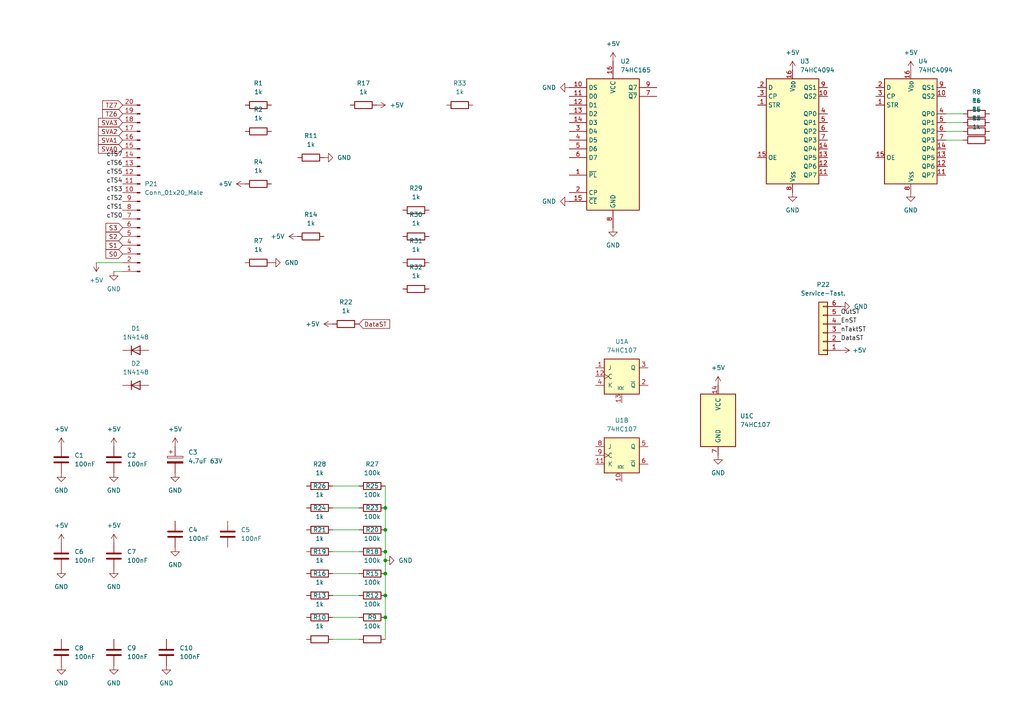
<source format=kicad_sch>
(kicad_sch (version 20250114) (generator "eeschema") (generator_version "9.0")
  (paper "A4")
  (lib_symbols
    (symbol "4xxx:HEF4094B"
      (property "Reference" "U" (at -6.858 17.018 0))
      (property "Value" "HEF4094B" (at 6.858 16.764 0))
      (symbol "HEF4094B_1_0"
        (pin input line (at -10.16 -7.62 0) (length 2.54) (name "OE") (number "15"))
        (pin power_in line (at 0 17.78 270) (length 2.54) (name "V_{DD}") (number "16"))
        (pin power_in line (at 0 -17.78 90) (length 2.54) (name "V_{SS}") (number "8"))
        (pin output line (at 10.16 12.7 180) (length 2.54) (name "QS1") (number "9"))
        (pin output line (at 10.16 10.16 180) (length 2.54) (name "QS2") (number "10"))
        (pin output line (at 10.16 2.54 180) (length 2.54) (name "QP1") (number "5"))
        (pin output line (at 10.16 0 180) (length 2.54) (name "QP2") (number "6"))
        (pin output line (at 10.16 -2.54 180) (length 2.54) (name "QP3") (number "7"))
        (pin output line (at 10.16 -5.08 180) (length 2.54) (name "QP4") (number "14"))
        (pin output line (at 10.16 -7.62 180) (length 2.54) (name "QP5") (number "13"))
        (pin output line (at 10.16 -10.16 180) (length 2.54) (name "QP6") (number "12"))
        (pin output line (at 10.16 -12.7 180) (length 2.54) (name "QP7") (number "11"))
      )
      (symbol "HEF4094B_1_1"
        (rectangle (start -7.62 15.24) (end 7.62 -15.24) (stroke (width 0.254)) (fill (type background)))
        (pin input line (at -10.16 12.7 0) (length 2.54) (name "D") (number "2"))
        (pin input line (at -10.16 10.16 0) (length 2.54) (name "CP") (number "3"))
        (pin input line (at -10.16 7.62 0) (length 2.54) (name "STR") (number "1"))
        (pin output line (at 10.16 5.08 180) (length 2.54) (name "QP0") (number "4"))
      )
    )
    (symbol "74xx:74HC165"
      (property "Reference" "U" (at -7.62 19.05 0))
      (property "Value" "74HC165" (at -7.62 -21.59 0))
      (symbol "74HC165_1_0"
        (pin input line (at -12.7 15.24 0) (length 5.08) (name "DS") (number "10"))
        (pin input line (at -12.7 12.7 0) (length 5.08) (name "D0") (number "11"))
        (pin input line (at -12.7 10.16 0) (length 5.08) (name "D1") (number "12"))
        (pin input line (at -12.7 7.62 0) (length 5.08) (name "D2") (number "13"))
        (pin input line (at -12.7 5.08 0) (length 5.08) (name "D3") (number "14"))
        (pin input line (at -12.7 2.54 0) (length 5.08) (name "D4") (number "3"))
        (pin input line (at -12.7 0 0) (length 5.08) (name "D5") (number "4"))
        (pin input line (at -12.7 -2.54 0) (length 5.08) (name "D6") (number "5"))
        (pin input line (at -12.7 -5.08 0) (length 5.08) (name "D7") (number "6"))
        (pin input line (at -12.7 -10.16 0) (length 5.08) (name "~{PL}") (number "1"))
        (pin input line (at -12.7 -15.24 0) (length 5.08) (name "CP") (number "2"))
        (pin input line (at -12.7 -17.78 0) (length 5.08) (name "~{CE}") (number "15"))
        (pin power_in line (at 0 22.86 270) (length 5.08) (name "VCC") (number "16"))
        (pin power_in line (at 0 -25.4 90) (length 5.08) (name "GND") (number "8"))
        (pin output line (at 12.7 15.24 180) (length 5.08) (name "Q7") (number "9"))
        (pin output line (at 12.7 12.7 180) (length 5.08) (name "~{Q7}") (number "7"))
      )
      (symbol "74HC165_1_1"
        (rectangle (start -7.62 17.78) (end 7.62 -20.32) (stroke (width 0.254)) (fill (type background)))
      )
    )
    (symbol "74xx:74LS107" (pin_names (offset 1.016))
      (property "Reference" "U" (at -7.62 8.89 0))
      (property "Value" "74LS107" (at -7.62 -8.89 0))
      (symbol "74LS107_1_0"
        (pin input line (at -7.62 2.54 0) (length 2.54) (name "J") (number "1"))
        (pin input clock (at -7.62 0 0) (length 2.54) (name "C") (number "12"))
        (pin input line (at -7.62 -2.54 0) (length 2.54) (name "K") (number "4"))
        (pin input line (at 0 -7.62 90) (length 2.54) (name "~{R}") (number "13"))
        (pin output line (at 7.62 2.54 180) (length 2.54) (name "Q") (number "3"))
        (pin output line (at 7.62 -2.54 180) (length 2.54) (name "~{Q}") (number "2"))
      )
      (symbol "74LS107_1_1"
        (rectangle (start -5.08 5.08) (end 5.08 -5.08) (stroke (width 0.254)) (fill (type background)))
      )
      (symbol "74LS107_2_0"
        (pin input line (at -7.62 2.54 0) (length 2.54) (name "J") (number "8"))
        (pin input clock (at -7.62 0 0) (length 2.54) (name "C") (number "9"))
        (pin input line (at -7.62 -2.54 0) (length 2.54) (name "K") (number "11"))
        (pin input line (at 0 -7.62 90) (length 2.54) (name "~{R}") (number "10"))
        (pin output line (at 7.62 2.54 180) (length 2.54) (name "Q") (number "5"))
        (pin output line (at 7.62 -2.54 180) (length 2.54) (name "~{Q}") (number "6"))
      )
      (symbol "74LS107_2_1"
        (rectangle (start -5.08 5.08) (end 5.08 -5.08) (stroke (width 0.254)) (fill (type background)))
      )
      (symbol "74LS107_3_0"
        (pin power_in line (at 0 10.16 270) (length 2.54) (name "VCC") (number "14"))
        (pin power_in line (at 0 -10.16 90) (length 2.54) (name "GND") (number "7"))
      )
      (symbol "74LS107_3_1"
        (rectangle (start -5.08 7.62) (end 5.08 -7.62) (stroke (width 0.254)) (fill (type background)))
      )
    )
    (symbol "Connector:Conn_01x20_Pin" (pin_names (offset 1.016) (hide yes))
      (property "Reference" "J" (at 0 25.4 0))
      (property "Value" "Conn_01x20_Pin" (at 0 -27.94 0))
      (symbol "Conn_01x20_Pin_1_1"
        (rectangle (start 0.8636 22.987) (end 0 22.733) (stroke (width 0.1524)) (fill (type outline)))
        (rectangle (start 0.8636 20.447) (end 0 20.193) (stroke (width 0.1524)) (fill (type outline)))
        (rectangle (start 0.8636 17.907) (end 0 17.653) (stroke (width 0.1524)) (fill (type outline)))
        (rectangle (start 0.8636 15.367) (end 0 15.113) (stroke (width 0.1524)) (fill (type outline)))
        (rectangle (start 0.8636 12.827) (end 0 12.573) (stroke (width 0.1524)) (fill (type outline)))
        (rectangle (start 0.8636 10.287) (end 0 10.033) (stroke (width 0.1524)) (fill (type outline)))
        (rectangle (start 0.8636 7.747) (end 0 7.493) (stroke (width 0.1524)) (fill (type outline)))
        (rectangle (start 0.8636 5.207) (end 0 4.953) (stroke (width 0.1524)) (fill (type outline)))
        (rectangle (start 0.8636 2.667) (end 0 2.413) (stroke (width 0.1524)) (fill (type outline)))
        (rectangle (start 0.8636 0.127) (end 0 -0.127) (stroke (width 0.1524)) (fill (type outline)))
        (rectangle (start 0.8636 -2.413) (end 0 -2.667) (stroke (width 0.1524)) (fill (type outline)))
        (rectangle (start 0.8636 -4.953) (end 0 -5.207) (stroke (width 0.1524)) (fill (type outline)))
        (rectangle (start 0.8636 -7.493) (end 0 -7.747) (stroke (width 0.1524)) (fill (type outline)))
        (rectangle (start 0.8636 -10.033) (end 0 -10.287) (stroke (width 0.1524)) (fill (type outline)))
        (rectangle (start 0.8636 -12.573) (end 0 -12.827) (stroke (width 0.1524)) (fill (type outline)))
        (rectangle (start 0.8636 -15.113) (end 0 -15.367) (stroke (width 0.1524)) (fill (type outline)))
        (rectangle (start 0.8636 -17.653) (end 0 -17.907) (stroke (width 0.1524)) (fill (type outline)))
        (rectangle (start 0.8636 -20.193) (end 0 -20.447) (stroke (width 0.1524)) (fill (type outline)))
        (rectangle (start 0.8636 -22.733) (end 0 -22.987) (stroke (width 0.1524)) (fill (type outline)))
        (rectangle (start 0.8636 -25.273) (end 0 -25.527) (stroke (width 0.1524)) (fill (type outline)))
        (polyline (pts (xy 1.27 22.86) (xy 0.8636 22.86)) (stroke (width 0.1524)))
        (polyline (pts (xy 1.27 20.32) (xy 0.8636 20.32)) (stroke (width 0.1524)))
        (polyline (pts (xy 1.27 17.78) (xy 0.8636 17.78)) (stroke (width 0.1524)))
        (polyline (pts (xy 1.27 15.24) (xy 0.8636 15.24)) (stroke (width 0.1524)))
        (polyline (pts (xy 1.27 12.7) (xy 0.8636 12.7)) (stroke (width 0.1524)))
        (polyline (pts (xy 1.27 10.16) (xy 0.8636 10.16)) (stroke (width 0.1524)))
        (polyline (pts (xy 1.27 7.62) (xy 0.8636 7.62)) (stroke (width 0.1524)))
        (polyline (pts (xy 1.27 5.08) (xy 0.8636 5.08)) (stroke (width 0.1524)))
        (polyline (pts (xy 1.27 2.54) (xy 0.8636 2.54)) (stroke (width 0.1524)))
        (polyline (pts (xy 1.27 0) (xy 0.8636 0)) (stroke (width 0.1524)))
        (polyline (pts (xy 1.27 -2.54) (xy 0.8636 -2.54)) (stroke (width 0.1524)))
        (polyline (pts (xy 1.27 -5.08) (xy 0.8636 -5.08)) (stroke (width 0.1524)))
        (polyline (pts (xy 1.27 -7.62) (xy 0.8636 -7.62)) (stroke (width 0.1524)))
        (polyline (pts (xy 1.27 -10.16) (xy 0.8636 -10.16)) (stroke (width 0.1524)))
        (polyline (pts (xy 1.27 -12.7) (xy 0.8636 -12.7)) (stroke (width 0.1524)))
        (polyline (pts (xy 1.27 -15.24) (xy 0.8636 -15.24)) (stroke (width 0.1524)))
        (polyline (pts (xy 1.27 -17.78) (xy 0.8636 -17.78)) (stroke (width 0.1524)))
        (polyline (pts (xy 1.27 -20.32) (xy 0.8636 -20.32)) (stroke (width 0.1524)))
        (polyline (pts (xy 1.27 -22.86) (xy 0.8636 -22.86)) (stroke (width 0.1524)))
        (polyline (pts (xy 1.27 -25.4) (xy 0.8636 -25.4)) (stroke (width 0.1524)))
        (pin passive line (at 5.08 22.86 180) (length 3.81) (name "Pin_1") (number "1"))
        (pin passive line (at 5.08 20.32 180) (length 3.81) (name "Pin_2") (number "2"))
        (pin passive line (at 5.08 17.78 180) (length 3.81) (name "Pin_3") (number "3"))
        (pin passive line (at 5.08 15.24 180) (length 3.81) (name "Pin_4") (number "4"))
        (pin passive line (at 5.08 12.7 180) (length 3.81) (name "Pin_5") (number "5"))
        (pin passive line (at 5.08 10.16 180) (length 3.81) (name "Pin_6") (number "6"))
        (pin passive line (at 5.08 7.62 180) (length 3.81) (name "Pin_7") (number "7"))
        (pin passive line (at 5.08 5.08 180) (length 3.81) (name "Pin_8") (number "8"))
        (pin passive line (at 5.08 2.54 180) (length 3.81) (name "Pin_9") (number "9"))
        (pin passive line (at 5.08 0 180) (length 3.81) (name "Pin_10") (number "10"))
        (pin passive line (at 5.08 -2.54 180) (length 3.81) (name "Pin_11") (number "11"))
        (pin passive line (at 5.08 -5.08 180) (length 3.81) (name "Pin_12") (number "12"))
        (pin passive line (at 5.08 -7.62 180) (length 3.81) (name "Pin_13") (number "13"))
        (pin passive line (at 5.08 -10.16 180) (length 3.81) (name "Pin_14") (number "14"))
        (pin passive line (at 5.08 -12.7 180) (length 3.81) (name "Pin_15") (number "15"))
        (pin passive line (at 5.08 -15.24 180) (length 3.81) (name "Pin_16") (number "16"))
        (pin passive line (at 5.08 -17.78 180) (length 3.81) (name "Pin_17") (number "17"))
        (pin passive line (at 5.08 -20.32 180) (length 3.81) (name "Pin_18") (number "18"))
        (pin passive line (at 5.08 -22.86 180) (length 3.81) (name "Pin_19") (number "19"))
        (pin passive line (at 5.08 -25.4 180) (length 3.81) (name "Pin_20") (number "20"))
      )
    )
    (symbol "Connector_Generic:Conn_01x06" (pin_names (offset 1.016) (hide yes))
      (property "Reference" "J" (at 0 7.62 0))
      (property "Value" "Conn_01x06" (at 0 -10.16 0))
      (symbol "Conn_01x06_1_1"
        (rectangle (start -1.27 6.35) (end 1.27 -8.89) (stroke (width 0.254)) (fill (type background)))
        (rectangle (start -1.27 5.207) (end 0 4.953) (stroke (width 0.1524)))
        (rectangle (start -1.27 2.667) (end 0 2.413) (stroke (width 0.1524)))
        (rectangle (start -1.27 0.127) (end 0 -0.127) (stroke (width 0.1524)))
        (rectangle (start -1.27 -2.413) (end 0 -2.667) (stroke (width 0.1524)))
        (rectangle (start -1.27 -4.953) (end 0 -5.207) (stroke (width 0.1524)))
        (rectangle (start -1.27 -7.493) (end 0 -7.747) (stroke (width 0.1524)))
        (pin passive line (at -5.08 5.08 0) (length 3.81) (name "Pin_1") (number "1"))
        (pin passive line (at -5.08 2.54 0) (length 3.81) (name "Pin_2") (number "2"))
        (pin passive line (at -5.08 0 0) (length 3.81) (name "Pin_3") (number "3"))
        (pin passive line (at -5.08 -2.54 0) (length 3.81) (name "Pin_4") (number "4"))
        (pin passive line (at -5.08 -5.08 0) (length 3.81) (name "Pin_5") (number "5"))
        (pin passive line (at -5.08 -7.62 0) (length 3.81) (name "Pin_6") (number "6"))
      )
    )
    (symbol "Device:C" (pin_numbers (hide yes)) (pin_names (offset 0.254))
      (property "Reference" "C" (at 0.635 2.54 0))
      (property "Value" "C" (at 0.635 -2.54 0))
      (symbol "C_0_1"
        (polyline (pts (xy -2.032 0.762) (xy 2.032 0.762)) (stroke (width 0.508)))
        (polyline (pts (xy -2.032 -0.762) (xy 2.032 -0.762)) (stroke (width 0.508)))
      )
      (symbol "C_1_1"
        (pin passive line (at 0 3.81 270) (length 2.794) (name "~") (number "1"))
        (pin passive line (at 0 -3.81 90) (length 2.794) (name "~") (number "2"))
      )
    )
    (symbol "Device:C_Polarized" (pin_numbers (hide yes)) (pin_names (offset 0.254))
      (property "Reference" "C" (at 0.635 2.54 0))
      (property "Value" "C_Polarized" (at 0.635 -2.54 0))
      (symbol "C_Polarized_0_1"
        (rectangle (start -2.286 0.508) (end 2.286 1.016))
        (polyline (pts (xy -1.778 2.286) (xy -0.762 2.286)))
        (polyline (pts (xy -1.27 2.794) (xy -1.27 1.778)))
        (rectangle (start 2.286 -0.508) (end -2.286 -1.016) (fill (type outline)))
      )
      (symbol "C_Polarized_1_1"
        (pin passive line (at 0 3.81 270) (length 2.794) (name "~") (number "1"))
        (pin passive line (at 0 -3.81 90) (length 2.794) (name "~") (number "2"))
      )
    )
    (symbol "Device:R" (pin_numbers (hide yes)) (pin_names (offset 0))
      (property "Reference" "R" (at 2.032 0 90))
      (property "Value" "R" (at 0 0 90))
      (symbol "R_0_1"
        (rectangle (start -1.016 -2.54) (end 1.016 2.54) (stroke (width 0.254)))
      )
      (symbol "R_1_1"
        (pin passive line (at 0 3.81 270) (length 1.27) (name "~") (number "1"))
        (pin passive line (at 0 -3.81 90) (length 1.27) (name "~") (number "2"))
      )
    )
    (symbol "Diode:1N4148" (pin_numbers (hide yes)) (pin_names (hide yes))
      (property "Reference" "D" (at 0 2.54 0))
      (property "Value" "1N4148" (at 0 -2.54 0))
      (symbol "1N4148_0_1"
        (polyline (pts (xy -1.27 1.27) (xy -1.27 -1.27)) (stroke (width 0.254)))
        (polyline (pts (xy 1.27 1.27) (xy 1.27 -1.27) (xy -1.27 0) (xy 1.27 1.27)) (stroke (width 0.254)))
        (polyline (pts (xy 1.27 0) (xy -1.27 0)))
      )
      (symbol "1N4148_1_1"
        (pin passive line (at -3.81 0 0) (length 2.54) (name "K") (number "1"))
        (pin passive line (at 3.81 0 180) (length 2.54) (name "A") (number "2"))
      )
    )
    (symbol "power:+5V" (power) (pin_numbers (hide yes)) (pin_names (offset 0) (hide yes))
      (property "Value" "+5V" (at 0 3.556 0))
      (symbol "+5V_0_1"
        (polyline (pts (xy -0.762 1.27) (xy 0 2.54)))
        (polyline (pts (xy 0 2.54) (xy 0.762 1.27)))
        (polyline (pts (xy 0 0) (xy 0 2.54)))
      )
      (symbol "+5V_1_1"
        (pin power_in line (at 0 0 90) (length 0) (name "~") (number "1"))
      )
    )
    (symbol "power:GND" (power) (pin_numbers (hide yes)) (pin_names (offset 0) (hide yes))
      (property "Value" "GND" (at 0 -3.81 0))
      (symbol "GND_0_1"
        (polyline (pts (xy 0 0) (xy 0 -1.27) (xy 1.27 -1.27) (xy 0 -2.54) (xy -1.27 -1.27) (xy 0 -1.27)))
      )
      (symbol "GND_1_1"
        (pin power_in line (at 0 0 270) (length 0) (name "~") (number "1"))
      )
    )
  )
  (junction (at 111.76 147.32))
  (junction (at 111.76 160.02))
  (junction (at 111.76 162.56))
  (junction (at 111.76 172.72))
  (junction (at 111.76 179.07))
  (junction (at 111.76 153.67))
  (junction (at 111.76 166.37))
  (wire (pts (xy 274.32 38.1) (xy 279.4 38.1)))
  (wire (pts (xy 274.32 33.02) (xy 279.4 33.02)))
  (wire (pts (xy 96.52 160.02) (xy 104.14 160.02)))
  (wire (pts (xy 96.52 140.97) (xy 104.14 140.97)))
  (wire (pts (xy 96.52 153.67) (xy 104.14 153.67)))
  (wire (pts (xy 96.52 147.32) (xy 104.14 147.32)))
  (wire (pts (xy 111.76 179.07) (xy 111.76 185.42)))
  (wire (pts (xy 111.76 166.37) (xy 111.76 172.72)))
  (wire (pts (xy 35.56 76.2) (xy 27.94 76.2)))
  (wire (pts (xy 96.52 166.37) (xy 104.14 166.37)))
  (wire (pts (xy 96.52 185.42) (xy 104.14 185.42)))
  (wire (pts (xy 111.76 140.97) (xy 111.76 147.32)))
  (wire (pts (xy 96.52 179.07) (xy 104.14 179.07)))
  (wire (pts (xy 111.76 160.02) (xy 111.76 162.56)))
  (wire (pts (xy 35.56 78.74) (xy 33.02 78.74)))
  (wire (pts (xy 274.32 35.56) (xy 279.4 35.56)))
  (wire (pts (xy 111.76 162.56) (xy 111.76 166.37)))
  (wire (pts (xy 111.76 147.32) (xy 111.76 153.67)))
  (wire (pts (xy 111.76 172.72) (xy 111.76 179.07)))
  (wire (pts (xy 96.52 172.72) (xy 104.14 172.72)))
  (wire (pts (xy 274.32 40.64) (xy 279.4 40.64)))
  (wire (pts (xy 111.76 153.67) (xy 111.76 160.02)))
  (label "cTS5" (at 35.56 50.8 180))
  (label "cTS6" (at 35.56 48.26 180))
  (label "cTS3" (at 35.56 55.88 180))
  (label "cTS1" (at 35.56 60.96 180))
  (label "OutST" (at 243.84 91.44 0))
  (label "cTS0" (at 35.56 63.5 180))
  (label "cTS7" (at 35.56 45.72 180))
  (label "nTaktST" (at 243.84 96.52 0))
  (label "EnST" (at 243.84 93.98 0))
  (label "cTS2" (at 35.56 58.42 180))
  (label "cTS4" (at 35.56 53.34 180))
  (label "DataST" (at 243.84 99.06 0))
  (global_label "S0" (shape input) (at 35.56 73.66 180) (property "Intersheetrefs" "${INTERSHEET_REFS}" (effects (hide yes))))
  (global_label "DataST" (shape input) (at 104.14 93.98 0) (property "Intersheetrefs" "${INTERSHEET_REFS}" (effects (hide yes))))
  (global_label "SVA1" (shape input) (at 35.56 40.64 180) (property "Intersheetrefs" "${INTERSHEET_REFS}" (effects (hide yes))))
  (global_label "SVA0" (shape input) (at 35.56 43.18 180) (property "Intersheetrefs" "${INTERSHEET_REFS}" (effects (hide yes))))
  (global_label "S3" (shape input) (at 35.56 66.04 180) (property "Intersheetrefs" "${INTERSHEET_REFS}" (effects (hide yes))))
  (global_label "TZ7" (shape input) (at 35.56 30.48 180) (property "Intersheetrefs" "${INTERSHEET_REFS}" (effects (hide yes))))
  (global_label "S2" (shape input) (at 35.56 68.58 180) (property "Intersheetrefs" "${INTERSHEET_REFS}" (effects (hide yes))))
  (global_label "TZ6" (shape input) (at 35.56 33.02 180) (property "Intersheetrefs" "${INTERSHEET_REFS}" (effects (hide yes))))
  (global_label "SVA2" (shape input) (at 35.56 38.1 180) (property "Intersheetrefs" "${INTERSHEET_REFS}" (effects (hide yes))))
  (global_label "SVA3" (shape input) (at 35.56 35.56 180) (property "Intersheetrefs" "${INTERSHEET_REFS}" (effects (hide yes))))
  (global_label "S1" (shape input) (at 35.56 71.12 180) (property "Intersheetrefs" "${INTERSHEET_REFS}" (effects (hide yes))))
  (symbol (lib_id "Device:R") (at 107.95 185.42 90) (unit 1)
    (property "Reference" "R9" (at 107.95 179.07 90))
    (property "Value" "100k" (at 107.95 181.61 90))
    (property "Footprint" "Resistor_THT:R_Axial_DIN0207_L6.3mm_D2.5mm_P10.16mm_Horizontal" (effects (hide yes)))
    (property "Description" "Resistor" (effects (hide yes)))
  )
  (symbol (lib_id "Device:R") (at 92.71 172.72 90) (unit 1)
    (property "Reference" "R16" (at 92.71 166.37 90))
    (property "Value" "1k" (at 92.71 168.91 90))
    (property "Footprint" "Resistor_THT:R_Axial_DIN0207_L6.3mm_D2.5mm_P10.16mm_Horizontal" (effects (hide yes)))
    (property "Description" "Resistor" (effects (hide yes)))
  )
  (symbol (lib_id "power:GND") (at 264.16 55.88 0) (unit 1)
    (property "Reference" "#PWR024" (effects (hide yes)))
    (property "Value" "GND" (at 264.16 60.96 0))
    (property "Description" "Power symbol creates a global label with name \"GND\" , ground" (effects (hide yes)))
  )
  (symbol (lib_id "power:GND") (at 48.26 193.04 0) (unit 1)
    (property "Reference" "#PWR029" (effects (hide yes)))
    (property "Value" "GND" (at 48.26 198.12 0))
    (property "Description" "Power symbol creates a global label with name \"GND\" , ground" (effects (hide yes)))
  )
  (symbol (lib_id "Device:C") (at 50.8 154.94 180) (unit 1)
    (property "Reference" "C4" (at 54.61 153.6699 0) (effects (justify right)))
    (property "Value" "100nF" (at 54.61 156.2099 0) (effects (justify right)))
    (property "Footprint" "Capacitor_THT:C_Axial_L3.8mm_D2.6mm_P7.50mm_Horizontal" (effects (hide yes)))
    (property "Description" "Unpolarized capacitor" (effects (hide yes)))
  )
  (symbol (lib_id "74xx:74HC165") (at 177.8 40.64 0) (unit 1)
    (property "Reference" "U2" (at 179.9433 17.78 0) (effects (justify left)))
    (property "Value" "74HC165" (at 179.9433 20.32 0) (effects (justify left)))
    (property "Footprint" "Package_DIP:DIP-16_W7.62mm" (effects (hide yes)))
    (property "Datasheet" "https://assets.nexperia.com/documents/data-sheet/74HC_HCT165.pdf" (effects (hide yes)))
    (property "Description" "Shift Register, 8-bit, Parallel Load" (effects (hide yes)))
  )
  (symbol (lib_id "power:GND") (at 165.1 58.42 270) (unit 1)
    (property "Reference" "#PWR025" (effects (hide yes)))
    (property "Value" "GND" (at 161.29 58.4199 90) (effects (justify right)))
    (property "Description" "Power symbol creates a global label with name \"GND\" , ground" (effects (hide yes)))
  )
  (symbol (lib_id "Device:R") (at 107.95 153.67 90) (unit 1)
    (property "Reference" "R23" (at 107.95 147.32 90))
    (property "Value" "100k" (at 107.95 149.86 90))
    (property "Footprint" "Resistor_THT:R_Axial_DIN0207_L6.3mm_D2.5mm_P10.16mm_Horizontal" (effects (hide yes)))
    (property "Description" "Resistor" (effects (hide yes)))
  )
  (symbol (lib_id "power:GND") (at 17.78 193.04 0) (unit 1)
    (property "Reference" "#PWR027" (effects (hide yes)))
    (property "Value" "GND" (at 17.78 198.12 0))
    (property "Description" "Power symbol creates a global label with name \"GND\" , ground" (effects (hide yes)))
  )
  (symbol (lib_id "power:+5V") (at 264.16 20.32 0) (unit 1)
    (property "Reference" "#PWR013" (effects (hide yes)))
    (property "Value" "+5V" (at 264.16 15.24 0))
    (property "Description" "Power symbol creates a global label with name \"+5V\"" (effects (hide yes)))
  )
  (symbol (lib_id "power:GND") (at 33.02 137.16 0) (unit 1)
    (property "Reference" "#PWR04" (effects (hide yes)))
    (property "Value" "GND" (at 33.02 142.24 0))
    (property "Description" "Power symbol creates a global label with name \"GND\" , ground" (effects (hide yes)))
  )
  (symbol (lib_id "Device:R") (at 90.17 68.58 90) (unit 1)
    (property "Reference" "R14" (at 90.17 62.23 90))
    (property "Value" "1k" (at 90.17 64.77 90))
    (property "Footprint" "Resistor_THT:R_Axial_DIN0207_L6.3mm_D2.5mm_P10.16mm_Horizontal" (effects (hide yes)))
    (property "Description" "Resistor" (effects (hide yes)))
  )
  (symbol (lib_id "Device:R") (at 92.71 166.37 90) (unit 1)
    (property "Reference" "R19" (at 92.71 160.02 90))
    (property "Value" "1k" (at 92.71 162.56 90))
    (property "Footprint" "Resistor_THT:R_Axial_DIN0207_L6.3mm_D2.5mm_P10.16mm_Horizontal" (effects (hide yes)))
    (property "Description" "Resistor" (effects (hide yes)))
  )
  (symbol (lib_id "Diode:1N4148") (at 39.37 111.76 0) (unit 1)
    (property "Reference" "D2" (at 39.37 105.41 0))
    (property "Value" "1N4148" (at 39.37 107.95 0))
    (property "Footprint" "Diode_THT:D_DO-35_SOD27_P7.62mm_Horizontal" (effects (hide yes)))
    (property "Datasheet" "https://assets.nexperia.com/documents/data-sheet/1N4148_1N4448.pdf" (effects (hide yes)))
    (property "Description" "100V 0.15A standard switching diode, DO-35" (effects (hide yes)))
    (property "Sim.Device" "D" (effects (hide yes)))
    (property "Sim.Pins" "1=K 2=A" (effects (hide yes)))
  )
  (symbol (lib_id "Device:R") (at 92.71 140.97 90) (unit 1)
    (property "Reference" "R28" (at 92.71 134.62 90))
    (property "Value" "1k" (at 92.71 137.16 90))
    (property "Footprint" "Resistor_THT:R_Axial_DIN0207_L6.3mm_D2.5mm_P10.16mm_Horizontal" (effects (hide yes)))
    (property "Description" "Resistor" (effects (hide yes)))
  )
  (symbol (lib_id "Device:R") (at 120.65 76.2 90) (unit 1)
    (property "Reference" "R31" (at 120.65 69.85 90))
    (property "Value" "1k" (at 120.65 72.39 90))
    (property "Footprint" "Resistor_THT:R_Axial_DIN0207_L6.3mm_D2.5mm_P10.16mm_Horizontal" (effects (hide yes)))
    (property "Description" "Resistor" (effects (hide yes)))
  )
  (symbol (lib_id "74xx:74LS107") (at 180.34 109.22 0) (unit 1)
    (property "Reference" "U1" (at 180.34 99.06 0))
    (property "Value" "74HC107" (at 180.34 101.6 0))
    (property "Footprint" "Package_DIP:DIP-14_W7.62mm" (effects (hide yes)))
    (property "Datasheet" "http://www.ti.com/lit/gpn/sn74LS107" (effects (hide yes)))
    (property "Description" "Dual JK Flip-Flop, reset" (effects (hide yes)))
  )
  (symbol (lib_id "power:+5V") (at 243.84 101.6 270) (unit 1)
    (property "Reference" "#PWR094" (effects (hide yes)))
    (property "Value" "+5V" (at 247.185 101.6001 90) (effects (justify left)))
    (property "Description" "Power symbol creates a global label with name \"+5V\"" (effects (hide yes)))
  )
  (symbol (lib_id "Device:R") (at 283.21 38.1 270) (unit 1)
    (property "Reference" "R5" (at 283.21 31.75 90))
    (property "Value" "1k" (at 283.21 34.29 90))
    (property "Footprint" "Resistor_THT:R_Axial_DIN0207_L6.3mm_D2.5mm_P10.16mm_Horizontal" (effects (hide yes)))
    (property "Description" "Resistor" (effects (hide yes)))
  )
  (symbol (lib_id "Device:C") (at 17.78 161.29 180) (unit 1)
    (property "Reference" "C6" (at 21.59 160.0199 0) (effects (justify right)))
    (property "Value" "100nF" (at 21.59 162.5599 0) (effects (justify right)))
    (property "Footprint" "Capacitor_THT:C_Axial_L3.8mm_D2.6mm_P7.50mm_Horizontal" (effects (hide yes)))
    (property "Description" "Unpolarized capacitor" (effects (hide yes)))
  )
  (symbol (lib_id "Device:R") (at 133.35 30.48 90) (unit 1)
    (property "Reference" "R33" (at 133.35 24.13 90))
    (property "Value" "1k" (at 133.35 26.67 90))
    (property "Footprint" "Resistor_THT:R_Axial_DIN0207_L6.3mm_D2.5mm_P10.16mm_Horizontal" (effects (hide yes)))
    (property "Description" "Resistor" (effects (hide yes)))
  )
  (symbol (lib_id "Device:R") (at 120.65 83.82 90) (unit 1)
    (property "Reference" "R32" (at 120.65 77.47 90))
    (property "Value" "1k" (at 120.65 80.01 90))
    (property "Footprint" "Resistor_THT:R_Axial_DIN0207_L6.3mm_D2.5mm_P10.16mm_Horizontal" (effects (hide yes)))
    (property "Description" "Resistor" (effects (hide yes)))
  )
  (symbol (lib_id "Device:R") (at 92.71 160.02 90) (unit 1)
    (property "Reference" "R21" (at 92.71 153.67 90))
    (property "Value" "1k" (at 92.71 156.21 90))
    (property "Footprint" "Resistor_THT:R_Axial_DIN0207_L6.3mm_D2.5mm_P10.16mm_Horizontal" (effects (hide yes)))
    (property "Description" "Resistor" (effects (hide yes)))
  )
  (symbol (lib_id "Connector_Generic:Conn_01x06") (at 238.76 96.52 180) (unit 1)
    (property "Reference" "P22" (at 238.76 82.55 0))
    (property "Value" "Service-Tast." (at 238.76 85.09 0))
    (property "Footprint" "Connector_Lumberg:Lumberg_MSF_B6B-MSF-A_1x06_P2.50mm_Vertical" (effects (hide yes)))
    (property "Description" "Generic connector, single row, 01x06, script generated (kicad-library-utils/schlib/autogen/connector/)" (effects (hide yes)))
  )
  (symbol (lib_id "power:GND") (at 243.84 88.9 90) (unit 1)
    (property "Reference" "#PWR030" (effects (hide yes)))
    (property "Value" "GND" (at 247.65 88.9001 90) (effects (justify right)))
    (property "Description" "Power symbol creates a global label with name \"GND\" , ground" (effects (hide yes)))
  )
  (symbol (lib_id "Device:R") (at 90.17 45.72 90) (unit 1)
    (property "Reference" "R11" (at 90.17 39.37 90))
    (property "Value" "1k" (at 90.17 41.91 90))
    (property "Footprint" "Resistor_THT:R_Axial_DIN0207_L6.3mm_D2.5mm_P10.16mm_Horizontal" (effects (hide yes)))
    (property "Description" "Resistor" (effects (hide yes)))
  )
  (symbol (lib_id "Device:R") (at 283.21 40.64 270) (unit 1)
    (property "Reference" "R3" (at 283.21 34.29 90))
    (property "Value" "1k" (at 283.21 36.83 90))
    (property "Footprint" "Resistor_THT:R_Axial_DIN0207_L6.3mm_D2.5mm_P10.16mm_Horizontal" (effects (hide yes)))
    (property "Description" "Resistor" (effects (hide yes)))
  )
  (symbol (lib_id "Device:C") (at 17.78 189.23 180) (unit 1)
    (property "Reference" "C8" (at 21.59 187.9599 0) (effects (justify right)))
    (property "Value" "100nF" (at 21.59 190.4999 0) (effects (justify right)))
    (property "Footprint" "Capacitor_THT:C_Axial_L3.8mm_D2.6mm_P7.50mm_Horizontal" (effects (hide yes)))
    (property "Description" "Unpolarized capacitor" (effects (hide yes)))
  )
  (symbol (lib_id "Device:R") (at 107.95 172.72 90) (unit 1)
    (property "Reference" "R15" (at 107.95 166.37 90))
    (property "Value" "100k" (at 107.95 168.91 90))
    (property "Footprint" "Resistor_THT:R_Axial_DIN0207_L6.3mm_D2.5mm_P10.16mm_Horizontal" (effects (hide yes)))
    (property "Description" "Resistor" (effects (hide yes)))
  )
  (symbol (lib_id "Device:R") (at 107.95 179.07 90) (unit 1)
    (property "Reference" "R12" (at 107.95 172.72 90))
    (property "Value" "100k" (at 107.95 175.26 90))
    (property "Footprint" "Resistor_THT:R_Axial_DIN0207_L6.3mm_D2.5mm_P10.16mm_Horizontal" (effects (hide yes)))
    (property "Description" "Resistor" (effects (hide yes)))
  )
  (symbol (lib_id "Device:R") (at 120.65 68.58 90) (unit 1)
    (property "Reference" "R30" (at 120.65 62.23 90))
    (property "Value" "1k" (at 120.65 64.77 90))
    (property "Footprint" "Resistor_THT:R_Axial_DIN0207_L6.3mm_D2.5mm_P10.16mm_Horizontal" (effects (hide yes)))
    (property "Description" "Resistor" (effects (hide yes)))
  )
  (symbol (lib_id "74xx:74LS107") (at 180.34 132.08 0) (unit 2)
    (property "Reference" "U1" (at 180.34 121.92 0))
    (property "Value" "74HC107" (at 180.34 124.46 0))
    (property "Footprint" "Package_DIP:DIP-14_W7.62mm" (effects (hide yes)))
    (property "Datasheet" "http://www.ti.com/lit/gpn/sn74LS107" (effects (hide yes)))
    (property "Description" "Dual JK Flip-Flop, reset" (effects (hide yes)))
  )
  (symbol (lib_id "power:GND") (at 208.28 132.08 0) (unit 1)
    (property "Reference" "#PWR08" (effects (hide yes)))
    (property "Value" "GND" (at 208.28 137.16 0))
    (property "Description" "Power symbol creates a global label with name \"GND\" , ground" (effects (hide yes)))
  )
  (symbol (lib_id "Device:R") (at 74.93 30.48 90) (unit 1)
    (property "Reference" "R1" (at 74.93 24.13 90))
    (property "Value" "1k" (at 74.93 26.67 90))
    (property "Footprint" "Resistor_THT:R_Axial_DIN0207_L6.3mm_D2.5mm_P10.16mm_Horizontal" (effects (hide yes)))
    (property "Description" "Resistor" (effects (hide yes)))
  )
  (symbol (lib_id "power:+5V") (at 86.36 68.58 90) (unit 1)
    (property "Reference" "#PWR031" (effects (hide yes)))
    (property "Value" "+5V" (at 82.55 68.5799 90) (effects (justify left)))
    (property "Description" "Power symbol creates a global label with name \"+5V\"" (effects (hide yes)))
  )
  (symbol (lib_id "Device:R") (at 107.95 147.32 90) (unit 1)
    (property "Reference" "R25" (at 107.95 140.97 90))
    (property "Value" "100k" (at 107.95 143.51 90))
    (property "Footprint" "Resistor_THT:R_Axial_DIN0207_L6.3mm_D2.5mm_P10.16mm_Horizontal" (effects (hide yes)))
    (property "Description" "Resistor" (effects (hide yes)))
  )
  (symbol (lib_id "74xx:74LS107") (at 208.28 121.92 0) (unit 3)
    (property "Reference" "U1" (at 214.63 120.6499 0) (effects (justify left)))
    (property "Value" "74HC107" (at 214.63 123.1899 0) (effects (justify left)))
    (property "Footprint" "Package_DIP:DIP-14_W7.62mm" (effects (hide yes)))
    (property "Datasheet" "http://www.ti.com/lit/gpn/sn74LS107" (effects (hide yes)))
    (property "Description" "Dual JK Flip-Flop, reset" (effects (hide yes)))
  )
  (symbol (lib_id "Connector:Conn_01x20_Pin") (at 40.64 55.88 180) (unit 1)
    (property "Reference" "P21" (at 41.91 53.3399 0) (effects (justify right)))
    (property "Value" "Conn_01x20_Male" (at 41.91 55.8799 0) (effects (justify right)))
    (property "Footprint" "Connector_Stocko:Stocko_MKS_1670-6-0-2020_1x20_P2.50mm_Vertical" (effects (hide yes)))
    (property "Description" "Generic connector, single row, 01x20, script generated" (effects (hide yes)))
  )
  (symbol (lib_id "power:GND") (at 165.1 25.4 270) (unit 1)
    (property "Reference" "#PWR026" (effects (hide yes)))
    (property "Value" "GND" (at 161.29 25.3999 90) (effects (justify right)))
    (property "Description" "Power symbol creates a global label with name \"GND\" , ground" (effects (hide yes)))
  )
  (symbol (lib_id "power:+5V") (at 17.78 129.54 0) (unit 1)
    (property "Reference" "#PWR05" (effects (hide yes)))
    (property "Value" "+5V" (at 17.78 124.46 0))
    (property "Description" "Power symbol creates a global label with name \"+5V\"" (effects (hide yes)))
  )
  (symbol (lib_id "power:+5V") (at 33.02 129.54 0) (unit 1)
    (property "Reference" "#PWR03" (effects (hide yes)))
    (property "Value" "+5V" (at 33.02 124.46 0))
    (property "Description" "Power symbol creates a global label with name \"+5V\"" (effects (hide yes)))
  )
  (symbol (lib_id "power:GND") (at 33.02 165.1 0) (unit 1)
    (property "Reference" "#PWR020" (effects (hide yes)))
    (property "Value" "GND" (at 33.02 170.18 0))
    (property "Description" "Power symbol creates a global label with name \"GND\" , ground" (effects (hide yes)))
  )
  (symbol (lib_id "power:GND") (at 33.02 193.04 0) (unit 1)
    (property "Reference" "#PWR028" (effects (hide yes)))
    (property "Value" "GND" (at 33.02 198.12 0))
    (property "Description" "Power symbol creates a global label with name \"GND\" , ground" (effects (hide yes)))
  )
  (symbol (lib_id "4xxx:HEF4094B") (at 229.87 38.1 0) (unit 1)
    (property "Reference" "U3" (at 232.0133 17.78 0) (effects (justify left)))
    (property "Value" "74HC4094" (at 232.0133 20.32 0) (effects (justify left)))
    (property "Footprint" "Package_DIP:DIP-16_W7.62mm" (effects (hide yes)))
    (property "Datasheet" "https://assets.nexperia.com/documents/data-sheet/HEF4094B.pdf" (effects (hide yes)))
    (property "Description" "8-bit serial-in parallel-out shift register, 3..15V" (effects (hide yes)))
  )
  (symbol (lib_id "Device:R") (at 92.71 153.67 90) (unit 1)
    (property "Reference" "R24" (at 92.71 147.32 90))
    (property "Value" "1k" (at 92.71 149.86 90))
    (property "Footprint" "Resistor_THT:R_Axial_DIN0207_L6.3mm_D2.5mm_P10.16mm_Horizontal" (effects (hide yes)))
    (property "Description" "Resistor" (effects (hide yes)))
  )
  (symbol (lib_id "power:GND") (at 229.87 55.88 0) (unit 1)
    (property "Reference" "#PWR023" (effects (hide yes)))
    (property "Value" "GND" (at 229.87 60.96 0))
    (property "Description" "Power symbol creates a global label with name \"GND\" , ground" (effects (hide yes)))
  )
  (symbol (lib_id "Device:R") (at 283.21 35.56 270) (unit 1)
    (property "Reference" "R6" (at 283.21 29.21 90))
    (property "Value" "1k" (at 283.21 31.75 90))
    (property "Footprint" "Resistor_THT:R_Axial_DIN0207_L6.3mm_D2.5mm_P10.16mm_Horizontal" (effects (hide yes)))
    (property "Description" "Resistor" (effects (hide yes)))
  )
  (symbol (lib_id "4xxx:HEF4094B") (at 264.16 38.1 0) (unit 1)
    (property "Reference" "U4" (at 266.3033 17.78 0) (effects (justify left)))
    (property "Value" "74HC4094" (at 266.3033 20.32 0) (effects (justify left)))
    (property "Footprint" "Package_DIP:DIP-16_W7.62mm" (effects (hide yes)))
    (property "Datasheet" "https://assets.nexperia.com/documents/data-sheet/HEF4094B.pdf" (effects (hide yes)))
    (property "Description" "8-bit serial-in parallel-out shift register, 3..15V" (effects (hide yes)))
  )
  (symbol (lib_id "Device:R") (at 107.95 160.02 90) (unit 1)
    (property "Reference" "R20" (at 107.95 153.67 90))
    (property "Value" "100k" (at 107.95 156.21 90))
    (property "Footprint" "Resistor_THT:R_Axial_DIN0207_L6.3mm_D2.5mm_P10.16mm_Horizontal" (effects (hide yes)))
    (property "Description" "Resistor" (effects (hide yes)))
  )
  (symbol (lib_id "Device:R") (at 283.21 33.02 270) (unit 1)
    (property "Reference" "R8" (at 283.21 26.67 90))
    (property "Value" "1k" (at 283.21 29.21 90))
    (property "Footprint" "Resistor_THT:R_Axial_DIN0207_L6.3mm_D2.5mm_P10.16mm_Horizontal" (effects (hide yes)))
    (property "Description" "Resistor" (effects (hide yes)))
  )
  (symbol (lib_id "Device:R") (at 74.93 38.1 90) (unit 1)
    (property "Reference" "R2" (at 74.93 31.75 90))
    (property "Value" "1k" (at 74.93 34.29 90))
    (property "Footprint" "Resistor_THT:R_Axial_DIN0207_L6.3mm_D2.5mm_P10.16mm_Horizontal" (effects (hide yes)))
    (property "Description" "Resistor" (effects (hide yes)))
  )
  (symbol (lib_id "Device:C") (at 66.04 154.94 180) (unit 1)
    (property "Reference" "C5" (at 69.85 153.6699 0) (effects (justify right)))
    (property "Value" "100nF" (at 69.85 156.2099 0) (effects (justify right)))
    (property "Footprint" "Capacitor_THT:C_Axial_L3.8mm_D2.6mm_P7.50mm_Horizontal" (effects (hide yes)))
    (property "Description" "Unpolarized capacitor" (effects (hide yes)))
  )
  (symbol (lib_id "Device:R") (at 100.33 93.98 90) (unit 1)
    (property "Reference" "R22" (at 100.33 87.63 90))
    (property "Value" "1k" (at 100.33 90.17 90))
    (property "Footprint" "Resistor_THT:R_Axial_DIN0207_L6.3mm_D2.5mm_P10.16mm_Horizontal" (effects (hide yes)))
    (property "Description" "Resistor" (effects (hide yes)))
  )
  (symbol (lib_id "Device:R") (at 74.93 76.2 90) (unit 1)
    (property "Reference" "R7" (at 74.93 69.85 90))
    (property "Value" "1k" (at 74.93 72.39 90))
    (property "Footprint" "Resistor_THT:R_Axial_DIN0207_L6.3mm_D2.5mm_P10.16mm_Horizontal" (effects (hide yes)))
    (property "Description" "Resistor" (effects (hide yes)))
  )
  (symbol (lib_id "Device:R") (at 105.41 30.48 90) (unit 1)
    (property "Reference" "R17" (at 105.41 24.13 90))
    (property "Value" "1k" (at 105.41 26.67 90))
    (property "Footprint" "Resistor_THT:R_Axial_DIN0207_L6.3mm_D2.5mm_P10.16mm_Horizontal" (effects (hide yes)))
    (property "Description" "Resistor" (effects (hide yes)))
  )
  (symbol (lib_id "power:GND") (at 17.78 165.1 0) (unit 1)
    (property "Reference" "#PWR018" (effects (hide yes)))
    (property "Value" "GND" (at 17.78 170.18 0))
    (property "Description" "Power symbol creates a global label with name \"GND\" , ground" (effects (hide yes)))
  )
  (symbol (lib_id "Device:R") (at 74.93 53.34 90) (unit 1)
    (property "Reference" "R4" (at 74.93 46.99 90))
    (property "Value" "1k" (at 74.93 49.53 90))
    (property "Footprint" "Resistor_THT:R_Axial_DIN0207_L6.3mm_D2.5mm_P10.16mm_Horizontal" (effects (hide yes)))
    (property "Description" "Resistor" (effects (hide yes)))
  )
  (symbol (lib_id "power:GND") (at 78.74 76.2 90) (unit 1)
    (property "Reference" "#PWR014" (effects (hide yes)))
    (property "Value" "GND" (at 82.55 76.1999 90) (effects (justify right)))
    (property "Description" "Power symbol creates a global label with name \"GND\" , ground" (effects (hide yes)))
  )
  (symbol (lib_id "power:+5V") (at 71.12 53.34 90) (unit 1)
    (property "Reference" "#PWR011" (effects (hide yes)))
    (property "Value" "+5V" (at 67.31 53.3399 90) (effects (justify left)))
    (property "Description" "Power symbol creates a global label with name \"+5V\"" (effects (hide yes)))
  )
  (symbol (lib_id "Device:R") (at 92.71 179.07 90) (unit 1)
    (property "Reference" "R13" (at 92.71 172.72 90))
    (property "Value" "1k" (at 92.71 175.26 90))
    (property "Footprint" "Resistor_THT:R_Axial_DIN0207_L6.3mm_D2.5mm_P10.16mm_Horizontal" (effects (hide yes)))
    (property "Description" "Resistor" (effects (hide yes)))
  )
  (symbol (lib_id "power:GND") (at 111.76 162.56 90) (unit 1)
    (property "Reference" "#PWR032" (effects (hide yes)))
    (property "Value" "GND" (at 115.57 162.5599 90) (effects (justify right)))
    (property "Description" "Power symbol creates a global label with name \"GND\" , ground" (effects (hide yes)))
  )
  (symbol (lib_id "power:+5V") (at 33.02 157.48 0) (unit 1)
    (property "Reference" "#PWR019" (effects (hide yes)))
    (property "Value" "+5V" (at 33.02 152.4 0))
    (property "Description" "Power symbol creates a global label with name \"+5V\"" (effects (hide yes)))
  )
  (symbol (lib_id "Diode:1N4148") (at 39.37 101.6 0) (unit 1)
    (property "Reference" "D1" (at 39.37 95.25 0))
    (property "Value" "1N4148" (at 39.37 97.79 0))
    (property "Footprint" "Diode_THT:D_DO-35_SOD27_P7.62mm_Horizontal" (effects (hide yes)))
    (property "Datasheet" "https://assets.nexperia.com/documents/data-sheet/1N4148_1N4448.pdf" (effects (hide yes)))
    (property "Description" "100V 0.15A standard switching diode, DO-35" (effects (hide yes)))
    (property "Sim.Device" "D" (effects (hide yes)))
    (property "Sim.Pins" "1=K 2=A" (effects (hide yes)))
  )
  (symbol (lib_id "power:+5V") (at 208.28 111.76 0) (unit 1)
    (property "Reference" "#PWR010" (effects (hide yes)))
    (property "Value" "+5V" (at 208.28 106.68 0))
    (property "Description" "Power symbol creates a global label with name \"+5V\"" (effects (hide yes)))
  )
  (symbol (lib_id "power:+5V") (at 50.8 129.54 0) (unit 1)
    (property "Reference" "#PWR01" (effects (hide yes)))
    (property "Value" "+5V" (at 50.8 124.46 0))
    (property "Description" "Power symbol creates a global label with name \"+5V\"" (effects (hide yes)))
  )
  (symbol (lib_id "power:GND") (at 177.8 66.04 0) (unit 1)
    (property "Reference" "#PWR07" (effects (hide yes)))
    (property "Value" "GND" (at 177.8 71.12 0))
    (property "Description" "Power symbol creates a global label with name \"GND\" , ground" (effects (hide yes)))
  )
  (symbol (lib_id "Device:C") (at 33.02 161.29 180) (unit 1)
    (property "Reference" "C7" (at 36.83 160.0199 0) (effects (justify right)))
    (property "Value" "100nF" (at 36.83 162.5599 0) (effects (justify right)))
    (property "Footprint" "Capacitor_THT:C_Axial_L3.8mm_D2.6mm_P7.50mm_Horizontal" (effects (hide yes)))
    (property "Description" "Unpolarized capacitor" (effects (hide yes)))
  )
  (symbol (lib_id "power:+5V") (at 229.87 20.32 0) (unit 1)
    (property "Reference" "#PWR022" (effects (hide yes)))
    (property "Value" "+5V" (at 229.87 15.24 0))
    (property "Description" "Power symbol creates a global label with name \"+5V\"" (effects (hide yes)))
  )
  (symbol (lib_id "power:GND") (at 93.98 45.72 90) (unit 1)
    (property "Reference" "#PWR015" (effects (hide yes)))
    (property "Value" "GND" (at 97.79 45.7199 90) (effects (justify right)))
    (property "Description" "Power symbol creates a global label with name \"GND\" , ground" (effects (hide yes)))
  )
  (symbol (lib_id "Device:R") (at 92.71 185.42 90) (unit 1)
    (property "Reference" "R10" (at 92.71 179.07 90))
    (property "Value" "1k" (at 92.71 181.61 90))
    (property "Footprint" "Resistor_THT:R_Axial_DIN0207_L6.3mm_D2.5mm_P10.16mm_Horizontal" (effects (hide yes)))
    (property "Description" "Resistor" (effects (hide yes)))
  )
  (symbol (lib_id "Device:C") (at 33.02 189.23 180) (unit 1)
    (property "Reference" "C9" (at 36.83 187.9599 0) (effects (justify right)))
    (property "Value" "100nF" (at 36.83 190.4999 0) (effects (justify right)))
    (property "Footprint" "Capacitor_THT:C_Axial_L3.8mm_D2.6mm_P7.50mm_Horizontal" (effects (hide yes)))
    (property "Description" "Unpolarized capacitor" (effects (hide yes)))
  )
  (symbol (lib_id "Device:C") (at 17.78 133.35 180) (unit 1)
    (property "Reference" "C1" (at 21.59 132.0799 0) (effects (justify right)))
    (property "Value" "100nF" (at 21.59 134.6199 0) (effects (justify right)))
    (property "Footprint" "Capacitor_THT:C_Axial_L3.8mm_D2.6mm_P7.50mm_Horizontal" (effects (hide yes)))
    (property "Description" "Unpolarized capacitor" (effects (hide yes)))
  )
  (symbol (lib_id "Device:C") (at 48.26 189.23 180) (unit 1)
    (property "Reference" "C10" (at 52.07 187.9599 0) (effects (justify right)))
    (property "Value" "100nF" (at 52.07 190.4999 0) (effects (justify right)))
    (property "Footprint" "Capacitor_THT:C_Axial_L3.8mm_D2.6mm_P7.50mm_Horizontal" (effects (hide yes)))
    (property "Description" "Unpolarized capacitor" (effects (hide yes)))
  )
  (symbol (lib_id "Device:R") (at 107.95 166.37 90) (unit 1)
    (property "Reference" "R18" (at 107.95 160.02 90))
    (property "Value" "100k" (at 107.95 162.56 90))
    (property "Footprint" "Resistor_THT:R_Axial_DIN0207_L6.3mm_D2.5mm_P10.16mm_Horizontal" (effects (hide yes)))
    (property "Description" "Resistor" (effects (hide yes)))
  )
  (symbol (lib_id "power:GND") (at 50.8 158.75 0) (unit 1)
    (property "Reference" "#PWR016" (effects (hide yes)))
    (property "Value" "GND" (at 50.8 163.83 0))
    (property "Description" "Power symbol creates a global label with name \"GND\" , ground" (effects (hide yes)))
  )
  (symbol (lib_id "Device:R") (at 107.95 140.97 90) (unit 1)
    (property "Reference" "R27" (at 107.95 134.62 90))
    (property "Value" "100k" (at 107.95 137.16 90))
    (property "Footprint" "Resistor_THT:R_Axial_DIN0207_L6.3mm_D2.5mm_P10.16mm_Horizontal" (effects (hide yes)))
    (property "Description" "Resistor" (effects (hide yes)))
  )
  (symbol (lib_id "Device:C") (at 33.02 133.35 180) (unit 1)
    (property "Reference" "C2" (at 36.83 132.0799 0) (effects (justify right)))
    (property "Value" "100nF" (at 36.83 134.6199 0) (effects (justify right)))
    (property "Footprint" "Capacitor_THT:C_Axial_L3.8mm_D2.6mm_P7.50mm_Horizontal" (effects (hide yes)))
    (property "Description" "Unpolarized capacitor" (effects (hide yes)))
  )
  (symbol (lib_id "Device:R") (at 120.65 60.96 90) (unit 1)
    (property "Reference" "R29" (at 120.65 54.61 90))
    (property "Value" "1k" (at 120.65 57.15 90))
    (property "Footprint" "Resistor_THT:R_Axial_DIN0207_L6.3mm_D2.5mm_P10.16mm_Horizontal" (effects (hide yes)))
    (property "Description" "Resistor" (effects (hide yes)))
  )
  (symbol (lib_id "power:GND") (at 33.02 78.74 0) (unit 1)
    (property "Reference" "#PWR0106" (effects (hide yes)))
    (property "Value" "GND" (at 33.02 83.82 0))
    (property "Description" "Power symbol creates a global label with name \"GND\" , ground" (effects (hide yes)))
  )
  (symbol (lib_id "power:GND") (at 50.8 137.16 0) (unit 1)
    (property "Reference" "#PWR02" (effects (hide yes)))
    (property "Value" "GND" (at 50.8 142.24 0))
    (property "Description" "Power symbol creates a global label with name \"GND\" , ground" (effects (hide yes)))
  )
  (symbol (lib_id "power:+5V") (at 27.94 76.2 180) (unit 1)
    (property "Reference" "#PWR0107" (effects (hide yes)))
    (property "Value" "+5V" (at 27.94 81.28 0))
    (property "Description" "Power symbol creates a global label with name \"+5V\"" (effects (hide yes)))
  )
  (symbol (lib_id "power:+5V") (at 177.8 17.78 0) (unit 1)
    (property "Reference" "#PWR012" (effects (hide yes)))
    (property "Value" "+5V" (at 177.8 12.7 0))
    (property "Description" "Power symbol creates a global label with name \"+5V\"" (effects (hide yes)))
  )
  (symbol (lib_id "power:GND") (at 17.78 137.16 0) (unit 1)
    (property "Reference" "#PWR06" (effects (hide yes)))
    (property "Value" "GND" (at 17.78 142.24 0))
    (property "Description" "Power symbol creates a global label with name \"GND\" , ground" (effects (hide yes)))
  )
  (symbol (lib_id "power:+5V") (at 109.22 30.48 270) (unit 1)
    (property "Reference" "#PWR09" (effects (hide yes)))
    (property "Value" "+5V" (at 113.03 30.4799 90) (effects (justify left)))
    (property "Description" "Power symbol creates a global label with name \"+5V\"" (effects (hide yes)))
  )
  (symbol (lib_id "power:+5V") (at 17.78 157.48 0) (unit 1)
    (property "Reference" "#PWR017" (effects (hide yes)))
    (property "Value" "+5V" (at 17.78 152.4 0))
    (property "Description" "Power symbol creates a global label with name \"+5V\"" (effects (hide yes)))
  )
  (symbol (lib_id "power:+5V") (at 96.52 93.98 90) (unit 1)
    (property "Reference" "#PWR021" (effects (hide yes)))
    (property "Value" "+5V" (at 92.71 93.9799 90) (effects (justify left)))
    (property "Description" "Power symbol creates a global label with name \"+5V\"" (effects (hide yes)))
  )
  (symbol (lib_id "Device:R") (at 92.71 147.32 90) (unit 1)
    (property "Reference" "R26" (at 92.71 140.97 90))
    (property "Value" "1k" (at 92.71 143.51 90))
    (property "Footprint" "Resistor_THT:R_Axial_DIN0207_L6.3mm_D2.5mm_P10.16mm_Horizontal" (effects (hide yes)))
    (property "Description" "Resistor" (effects (hide yes)))
  )
  (symbol (lib_id "Device:C_Polarized") (at 50.8 133.35 0) (unit 1)
    (property "Reference" "C3" (at 54.61 131.1909 0) (effects (justify left)))
    (property "Value" "4.7uF 63V" (at 54.61 133.7309 0) (effects (justify left)))
    (property "Footprint" "Capacitor_THT:CP_Axial_L11.0mm_D5.0mm_P18.00mm_Horizontal" (effects (hide yes)))
    (property "Description" "Polarized capacitor" (effects (hide yes)))
  )
)
</source>
